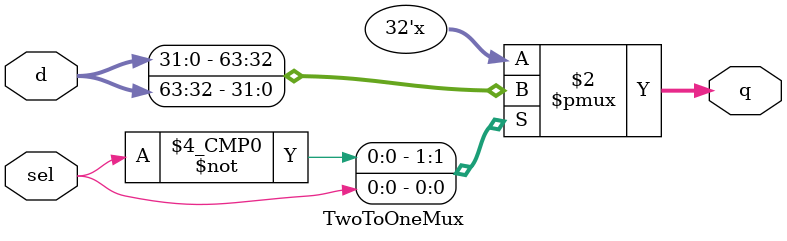
<source format=v>
`timescale 1ns / 1ps

`define RV_BIT_NUM_TWO    32
`define MUX_WIDTH_TWO  1
`define MUX_OPTION_TWO  2

`define muxcasetwo(caseNum, num) \
caseNum: q = d[num*RV_BIT_NUM_TWO + RV_BIT_NUM_TWO-1:num*RV_BIT_NUM_TWO];

module TwoToOneMux #(
    parameter integer RV_BIT_NUM_TWO = `RV_BIT_NUM_TWO)
    ( 
        input [`MUX_WIDTH_TWO-1:0] sel,
        input [(RV_BIT_NUM_TWO*`MUX_OPTION_TWO)-1 : 0] d, 
        output reg [RV_BIT_NUM_TWO-1:0]q);
    
    always@(*) begin
        case( sel )
            `muxcasetwo(`MUX_WIDTH_TWO'd0,0)
            `muxcasetwo(`MUX_WIDTH_TWO'd1,1)
            default: q = `RV_BIT_NUM_TWO'd0;
        endcase
    end

endmodule
</source>
